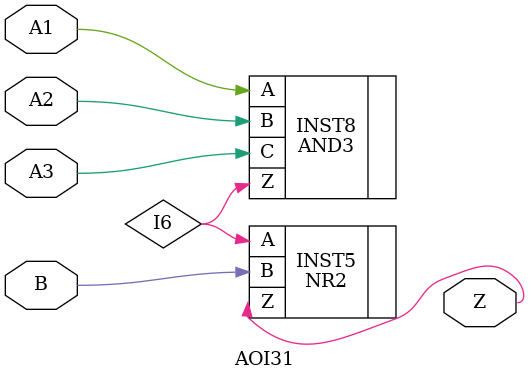
<source format=v>
`timescale 1 ns / 100 ps

/* Created by DB2VERILOG Version 1.2.0.2 on Fri Aug  5 11:13:15 1994 */
/* module compiled from "lsl2db 4.0.3" run */

module AOI31 (A1, A2, A3, B, Z);
input  A1, A2, A3, B;
output Z;
NR2 INST5 (.A(I6), .B(B), .Z(Z));
AND3 INST8 (.A(A1), .B(A2), .C(A3), .Z(I6));

endmodule


</source>
